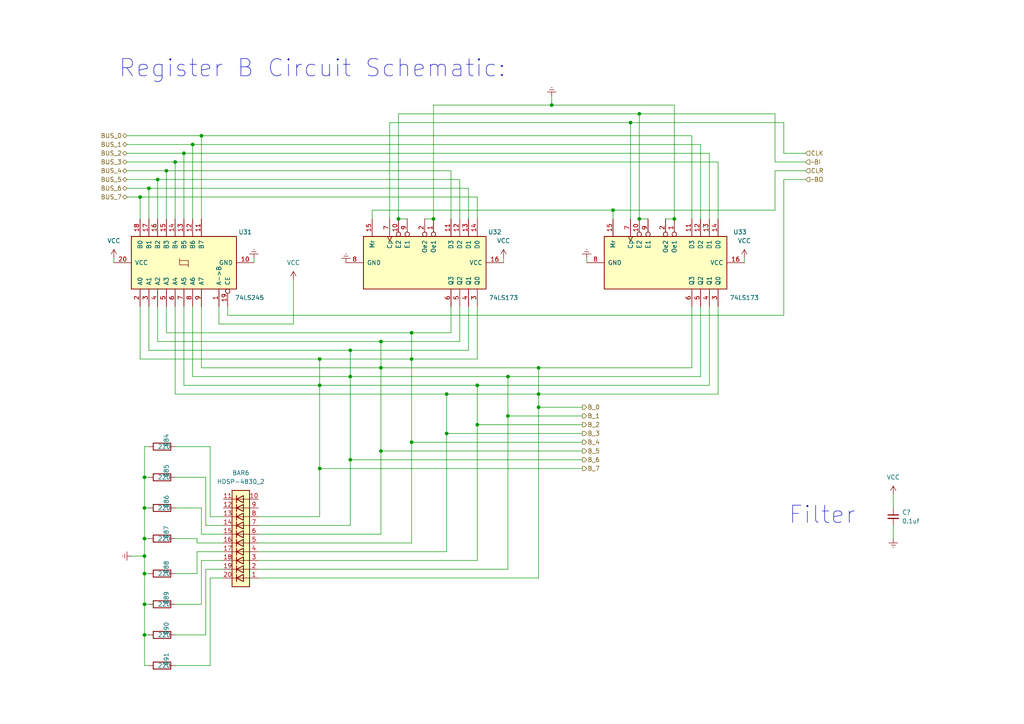
<source format=kicad_sch>
(kicad_sch (version 20211123) (generator eeschema)
  (paper "A4")
  (lib_symbols
    (symbol "74xx:74LS173" (pin_names (offset 1.016))
      (property "Reference" "U" (at -7.62 19.05 0))
      (property "Value" "74LS173" (at -7.62 -19.05 0))
      (symbol "74LS173_1_0"
        (pin input inverted (at -12.7 2.54 0) (length 5.08) (name "Oe1") (number "1"))
        (pin input inverted (at -12.7 -7.62 0) (length 5.08) (name "E2") (number "10"))
        (pin input line (at -12.7 7.62 0) (length 5.08) (name "D3") (number "11"))
        (pin input line (at -12.7 10.16 0) (length 5.08) (name "D2") (number "12"))
        (pin input line (at -12.7 12.7 0) (length 5.08) (name "D1") (number "13"))
        (pin input line (at -12.7 15.24 0) (length 5.08) (name "D0") (number "14"))
        (pin input line (at -12.7 -15.24 0) (length 5.08) (name "Mr") (number "15"))
        (pin power_in line (at 0 22.86 270) (length 5.08) (name "VCC") (number "16"))
        (pin input inverted (at -12.7 0 0) (length 5.08) (name "Oe2") (number "2"))
        (pin tri_state line (at 12.7 15.24 180) (length 5.08) (name "Q0") (number "3"))
        (pin tri_state line (at 12.7 12.7 180) (length 5.08) (name "Q1") (number "4"))
        (pin tri_state line (at 12.7 10.16 180) (length 5.08) (name "Q2") (number "5"))
        (pin tri_state line (at 12.7 7.62 180) (length 5.08) (name "Q3") (number "6"))
        (pin input clock (at -12.7 -10.16 0) (length 5.08) (name "Cp") (number "7"))
        (pin power_in line (at 0 -22.86 90) (length 5.08) (name "GND") (number "8"))
        (pin input inverted (at -12.7 -5.08 0) (length 5.08) (name "E1") (number "9"))
      )
      (symbol "74LS173_1_1"
        (rectangle (start -7.62 17.78) (end 7.62 -17.78) (stroke (width 0.254)) (fill (type background)))
      )
    )
    (symbol "74xx:74LS245" (pin_names (offset 1.016))
      (property "Reference" "U" (at -7.62 16.51 0))
      (property "Value" "74LS245" (at -7.62 -16.51 0))
      (symbol "74LS245_1_0"
        (polyline (pts (xy -0.635 -1.27) (xy -0.635 1.27) (xy 0.635 1.27)))
        (polyline (pts (xy -1.27 -1.27) (xy 0.635 -1.27) (xy 0.635 1.27) (xy 1.27 1.27)))
        (pin input line (at -12.7 -10.16 0) (length 5.08) (name "A->B") (number "1"))
        (pin power_in line (at 0 -20.32 90) (length 5.08) (name "GND") (number "10"))
        (pin tri_state line (at 12.7 -5.08 180) (length 5.08) (name "B7") (number "11"))
        (pin tri_state line (at 12.7 -2.54 180) (length 5.08) (name "B6") (number "12"))
        (pin tri_state line (at 12.7 0 180) (length 5.08) (name "B5") (number "13"))
        (pin tri_state line (at 12.7 2.54 180) (length 5.08) (name "B4") (number "14"))
        (pin tri_state line (at 12.7 5.08 180) (length 5.08) (name "B3") (number "15"))
        (pin tri_state line (at 12.7 7.62 180) (length 5.08) (name "B2") (number "16"))
        (pin tri_state line (at 12.7 10.16 180) (length 5.08) (name "B1") (number "17"))
        (pin tri_state line (at 12.7 12.7 180) (length 5.08) (name "B0") (number "18"))
        (pin input inverted (at -12.7 -12.7 0) (length 5.08) (name "CE") (number "19"))
        (pin tri_state line (at -12.7 12.7 0) (length 5.08) (name "A0") (number "2"))
        (pin power_in line (at 0 20.32 270) (length 5.08) (name "VCC") (number "20"))
        (pin tri_state line (at -12.7 10.16 0) (length 5.08) (name "A1") (number "3"))
        (pin tri_state line (at -12.7 7.62 0) (length 5.08) (name "A2") (number "4"))
        (pin tri_state line (at -12.7 5.08 0) (length 5.08) (name "A3") (number "5"))
        (pin tri_state line (at -12.7 2.54 0) (length 5.08) (name "A4") (number "6"))
        (pin tri_state line (at -12.7 0 0) (length 5.08) (name "A5") (number "7"))
        (pin tri_state line (at -12.7 -2.54 0) (length 5.08) (name "A6") (number "8"))
        (pin tri_state line (at -12.7 -5.08 0) (length 5.08) (name "A7") (number "9"))
      )
      (symbol "74LS245_1_1"
        (rectangle (start -7.62 15.24) (end 7.62 -15.24) (stroke (width 0.254)) (fill (type background)))
      )
    )
    (symbol "Device:C_Small" (pin_numbers hide) (pin_names (offset 0.254) hide)
      (property "Reference" "C" (at 0.254 1.778 0))
      (property "Value" "C_Small" (at 0.254 -2.032 0))
      (symbol "C_Small_0_1"
        (polyline (pts (xy -1.524 -0.508) (xy 1.524 -0.508)) (stroke (width 0.3302)))
        (polyline (pts (xy -1.524 0.508) (xy 1.524 0.508)) (stroke (width 0.3048)))
      )
      (symbol "C_Small_1_1"
        (pin passive line (at 0 2.54 270) (length 2.032) (name "~") (number "1"))
        (pin passive line (at 0 -2.54 90) (length 2.032) (name "~") (number "2"))
      )
    )
    (symbol "Device:R" (pin_numbers hide) (pin_names (offset 0))
      (property "Reference" "R" (at 2.032 0 90))
      (property "Value" "R" (at 0 0 90))
      (symbol "R_0_1"
        (rectangle (start -1.016 -2.54) (end 1.016 2.54) (stroke (width 0.254)))
      )
      (symbol "R_1_1"
        (pin passive line (at 0 3.81 270) (length 1.27) (name "~") (number "1"))
        (pin passive line (at 0 -3.81 90) (length 1.27) (name "~") (number "2"))
      )
    )
    (symbol "Earth_1" (power) (pin_names (offset 0))
      (symbol "Earth_1_0_1"
        (polyline (pts (xy -0.635 -1.905) (xy 0.635 -1.905)))
        (polyline (pts (xy -0.127 -2.54) (xy 0.127 -2.54)))
        (polyline (pts (xy 0 -1.27) (xy 0 0)))
        (polyline (pts (xy 1.27 -1.27) (xy -1.27 -1.27)))
      )
      (symbol "Earth_1_1_1"
        (pin power_in line (at 0 0 270) (length 0) hide (name "Earth") (number "1"))
      )
    )
    (symbol "LED:HDSP-4830_2" (pin_names (offset 1.016) hide)
      (property "Reference" "BAR" (at 0 15.24 0))
      (property "Value" "HDSP-4830_2" (at 0 -17.78 0))
      (symbol "HDSP-4830_2_0_1"
        (rectangle (start -2.54 12.7) (end 2.54 -15.24) (stroke (width 0.254)) (fill (type background)))
        (polyline (pts (xy -2.54 -12.7) (xy 2.54 -12.7)))
        (polyline (pts (xy -2.54 -10.16) (xy 2.54 -10.16)))
        (polyline (pts (xy -2.54 -7.62) (xy 2.54 -7.62)))
        (polyline (pts (xy -2.54 -5.08) (xy 2.54 -5.08)))
        (polyline (pts (xy -2.54 0) (xy 2.54 0)))
        (polyline (pts (xy -2.54 5.08) (xy 2.54 5.08)))
        (polyline (pts (xy -2.54 7.62) (xy 2.54 7.62)))
        (polyline (pts (xy -2.54 10.16) (xy 2.54 10.16)))
        (polyline (pts (xy 1.27 -11.684) (xy 1.27 -13.716)) (stroke (width 0.254)))
        (polyline (pts (xy 1.27 -9.144) (xy 1.27 -11.176)) (stroke (width 0.254)))
        (polyline (pts (xy 1.27 -6.604) (xy 1.27 -8.636)) (stroke (width 0.254)))
        (polyline (pts (xy 1.27 -4.064) (xy 1.27 -6.096)) (stroke (width 0.254)))
        (polyline (pts (xy 1.27 -1.524) (xy 1.27 -3.556)) (stroke (width 0.254)))
        (polyline (pts (xy 1.27 1.016) (xy 1.27 -1.016)) (stroke (width 0.254)))
        (polyline (pts (xy 1.27 3.556) (xy 1.27 1.524)) (stroke (width 0.254)))
        (polyline (pts (xy 1.27 6.096) (xy 1.27 4.064)) (stroke (width 0.254)))
        (polyline (pts (xy 1.27 8.636) (xy 1.27 6.604)) (stroke (width 0.254)))
        (polyline (pts (xy 1.27 11.176) (xy 1.27 9.144)) (stroke (width 0.254)))
        (polyline (pts (xy 2.54 -2.54) (xy -2.54 -2.54)))
        (polyline (pts (xy 2.54 2.54) (xy -2.54 2.54)))
        (polyline (pts (xy -0.762 -11.684) (xy -0.762 -13.716) (xy 1.27 -12.7) (xy -0.762 -11.684)) (stroke (width 0.254)))
        (polyline (pts (xy -0.762 -9.144) (xy -0.762 -11.176) (xy 1.27 -10.16) (xy -0.762 -9.144)) (stroke (width 0.254)))
        (polyline (pts (xy -0.762 -6.604) (xy -0.762 -8.636) (xy 1.27 -7.62) (xy -0.762 -6.604)) (stroke (width 0.254)))
        (polyline (pts (xy -0.762 -4.064) (xy -0.762 -6.096) (xy 1.27 -5.08) (xy -0.762 -4.064)) (stroke (width 0.254)))
        (polyline (pts (xy -0.762 -1.524) (xy -0.762 -3.556) (xy 1.27 -2.54) (xy -0.762 -1.524)) (stroke (width 0.254)))
        (polyline (pts (xy -0.762 1.016) (xy -0.762 -1.016) (xy 1.27 0) (xy -0.762 1.016)) (stroke (width 0.254)))
        (polyline (pts (xy -0.762 3.556) (xy -0.762 1.524) (xy 1.27 2.54) (xy -0.762 3.556)) (stroke (width 0.254)))
        (polyline (pts (xy -0.762 6.096) (xy -0.762 4.064) (xy 1.27 5.08) (xy -0.762 6.096)) (stroke (width 0.254)))
        (polyline (pts (xy -0.762 8.636) (xy -0.762 6.604) (xy 1.27 7.62) (xy -0.762 8.636)) (stroke (width 0.254)))
        (polyline (pts (xy -0.762 11.176) (xy -0.762 9.144) (xy 1.27 10.16) (xy -0.762 11.176)) (stroke (width 0.254)))
      )
      (symbol "HDSP-4830_2_1_1"
        (pin passive line (at -5.08 10.16 0) (length 2.54) (name "A") (number "1"))
        (pin passive line (at -5.08 -12.7 0) (length 2.54) (name "A") (number "10"))
        (pin passive line (at 5.08 -12.7 180) (length 2.54) (name "K") (number "11"))
        (pin passive line (at 5.08 -10.16 180) (length 2.54) (name "K") (number "12"))
        (pin passive line (at 5.08 -7.62 180) (length 2.54) (name "K") (number "13"))
        (pin passive line (at 5.08 -5.08 180) (length 2.54) (name "K") (number "14"))
        (pin passive line (at 5.08 -2.54 180) (length 2.54) (name "K") (number "15"))
        (pin passive line (at 5.08 0 180) (length 2.54) (name "K") (number "16"))
        (pin passive line (at 5.08 2.54 180) (length 2.54) (name "K") (number "17"))
        (pin passive line (at 5.08 5.08 180) (length 2.54) (name "K") (number "18"))
        (pin passive line (at 5.08 7.62 180) (length 2.54) (name "K") (number "19"))
        (pin passive line (at -5.08 7.62 0) (length 2.54) (name "A") (number "2"))
        (pin passive line (at 5.08 10.16 180) (length 2.54) (name "K") (number "20"))
        (pin passive line (at -5.08 5.08 0) (length 2.54) (name "A") (number "3"))
        (pin passive line (at -5.08 2.54 0) (length 2.54) (name "A") (number "4"))
        (pin passive line (at -5.08 0 0) (length 2.54) (name "A") (number "5"))
        (pin passive line (at -5.08 -2.54 0) (length 2.54) (name "A") (number "6"))
        (pin passive line (at -5.08 -5.08 0) (length 2.54) (name "A") (number "7"))
        (pin passive line (at -5.08 -7.62 0) (length 2.54) (name "A") (number "8"))
        (pin passive line (at -5.08 -10.16 0) (length 2.54) (name "A") (number "9"))
      )
    )
    (symbol "power:Earth" (power) (pin_names (offset 0))
      (symbol "Earth_0_1"
        (polyline (pts (xy -0.635 -1.905) (xy 0.635 -1.905)))
        (polyline (pts (xy -0.127 -2.54) (xy 0.127 -2.54)))
        (polyline (pts (xy 0 -1.27) (xy 0 0)))
        (polyline (pts (xy 1.27 -1.27) (xy -1.27 -1.27)))
      )
      (symbol "Earth_1_1"
        (pin power_in line (at 0 0 270) (length 0) hide (name "Earth") (number "1"))
      )
    )
    (symbol "power:VCC" (power) (pin_names (offset 0))
      (property "Value" "VCC" (at 0 3.81 0))
      (symbol "VCC_0_1"
        (polyline (pts (xy -0.762 1.27) (xy 0 2.54)))
        (polyline (pts (xy 0 0) (xy 0 2.54)))
        (polyline (pts (xy 0 2.54) (xy 0.762 1.27)))
      )
      (symbol "VCC_1_1"
        (pin power_in line (at 0 0 90) (length 0) hide (name "VCC") (number "1"))
      )
    )
  )
  (junction (at 138.43 111.76))
  (junction (at 156.21 118.11))
  (junction (at 110.49 130.81))
  (junction (at 41.91 156.21))
  (junction (at 41.91 184.15))
  (junction (at 92.71 104.14))
  (junction (at 92.71 111.76))
  (junction (at 119.38 128.27))
  (junction (at 41.91 175.26))
  (junction (at 101.6 133.35))
  (junction (at 156.21 114.3))
  (junction (at 156.21 106.68))
  (junction (at 41.91 166.37))
  (junction (at 48.26 49.53))
  (junction (at 101.6 109.22))
  (junction (at 55.88 41.91))
  (junction (at 40.64 57.15))
  (junction (at 92.71 135.89))
  (junction (at 182.88 35.56))
  (junction (at 41.91 161.29))
  (junction (at 115.57 63.5))
  (junction (at 129.54 114.3))
  (junction (at 195.58 63.5))
  (junction (at 41.91 138.43))
  (junction (at 185.42 63.5))
  (junction (at 119.38 104.14))
  (junction (at 58.42 39.37))
  (junction (at 110.49 106.68))
  (junction (at 101.6 101.6))
  (junction (at 177.8 60.96))
  (junction (at 160.02 30.48))
  (junction (at 53.34 44.45))
  (junction (at 185.42 33.02))
  (junction (at 119.38 96.52))
  (junction (at 147.32 120.65))
  (junction (at 110.49 99.06))
  (junction (at 147.32 109.22))
  (junction (at 129.54 125.73))
  (junction (at 43.18 54.61))
  (junction (at 50.8 46.99))
  (junction (at 45.72 52.07))
  (junction (at 138.43 123.19))
  (junction (at 125.73 63.5))
  (junction (at 41.91 147.32))
  (wire (pts (xy 41.91 184.15) (xy 41.91 175.26)))
  (wire (pts (xy 58.42 106.68) (xy 58.42 88.9)))
  (wire (pts (xy 58.42 39.37) (xy 200.66 39.37)))
  (wire (pts (xy 92.71 111.76) (xy 92.71 135.89)))
  (wire (pts (xy 41.91 193.04) (xy 41.91 184.15)))
  (wire (pts (xy 63.5 88.9) (xy 63.5 93.98)))
  (wire (pts (xy 36.83 39.37) (xy 58.42 39.37)))
  (wire (pts (xy 60.96 167.64) (xy 64.77 167.64)))
  (wire (pts (xy 110.49 99.06) (xy 45.72 99.06)))
  (wire (pts (xy 50.8 114.3) (xy 129.54 114.3)))
  (wire (pts (xy 45.72 63.5) (xy 45.72 52.07)))
  (wire (pts (xy 41.91 166.37) (xy 43.18 166.37)))
  (wire (pts (xy 53.34 44.45) (xy 205.74 44.45)))
  (wire (pts (xy 58.42 154.94) (xy 58.42 147.32)))
  (wire (pts (xy 119.38 128.27) (xy 168.91 128.27)))
  (wire (pts (xy 224.79 60.96) (xy 224.79 49.53)))
  (wire (pts (xy 123.19 63.5) (xy 125.73 63.5)))
  (wire (pts (xy 41.91 156.21) (xy 43.18 156.21)))
  (wire (pts (xy 110.49 130.81) (xy 168.91 130.81)))
  (wire (pts (xy 119.38 157.48) (xy 74.93 157.48)))
  (wire (pts (xy 160.02 27.94) (xy 160.02 30.48)))
  (wire (pts (xy 130.81 49.53) (xy 130.81 63.5)))
  (wire (pts (xy 138.43 104.14) (xy 119.38 104.14)))
  (wire (pts (xy 92.71 104.14) (xy 40.64 104.14)))
  (wire (pts (xy 259.08 152.4) (xy 259.08 156.21)))
  (wire (pts (xy 33.02 74.93) (xy 33.02 76.2)))
  (wire (pts (xy 53.34 44.45) (xy 53.34 63.5)))
  (wire (pts (xy 224.79 33.02) (xy 224.79 46.99)))
  (wire (pts (xy 41.91 184.15) (xy 43.18 184.15)))
  (wire (pts (xy 66.04 91.44) (xy 227.33 91.44)))
  (wire (pts (xy 50.8 88.9) (xy 50.8 114.3)))
  (wire (pts (xy 58.42 63.5) (xy 58.42 39.37)))
  (wire (pts (xy 138.43 111.76) (xy 138.43 123.19)))
  (wire (pts (xy 85.09 93.98) (xy 85.09 81.28)))
  (wire (pts (xy 129.54 114.3) (xy 129.54 125.73)))
  (wire (pts (xy 135.89 54.61) (xy 135.89 63.5)))
  (wire (pts (xy 215.9 74.93) (xy 215.9 76.2)))
  (wire (pts (xy 156.21 167.64) (xy 74.93 167.64)))
  (wire (pts (xy 48.26 49.53) (xy 130.81 49.53)))
  (wire (pts (xy 101.6 101.6) (xy 43.18 101.6)))
  (wire (pts (xy 40.64 88.9) (xy 40.64 104.14)))
  (wire (pts (xy 110.49 154.94) (xy 74.93 154.94)))
  (wire (pts (xy 48.26 96.52) (xy 48.26 88.9)))
  (wire (pts (xy 50.8 193.04) (xy 60.96 193.04)))
  (wire (pts (xy 138.43 123.19) (xy 168.91 123.19)))
  (wire (pts (xy 129.54 160.02) (xy 74.93 160.02)))
  (wire (pts (xy 133.35 88.9) (xy 133.35 99.06)))
  (wire (pts (xy 55.88 88.9) (xy 55.88 109.22)))
  (wire (pts (xy 110.49 106.68) (xy 110.49 99.06)))
  (wire (pts (xy 92.71 135.89) (xy 92.71 149.86)))
  (wire (pts (xy 41.91 156.21) (xy 41.91 147.32)))
  (wire (pts (xy 101.6 133.35) (xy 101.6 152.4)))
  (wire (pts (xy 208.28 46.99) (xy 208.28 63.5)))
  (wire (pts (xy 64.77 149.86) (xy 60.96 149.86)))
  (wire (pts (xy 36.83 41.91) (xy 55.88 41.91)))
  (wire (pts (xy 57.15 157.48) (xy 57.15 156.21)))
  (wire (pts (xy 146.05 74.93) (xy 146.05 76.2)))
  (wire (pts (xy 57.15 160.02) (xy 57.15 166.37)))
  (wire (pts (xy 224.79 46.99) (xy 233.68 46.99)))
  (wire (pts (xy 200.66 63.5) (xy 200.66 39.37)))
  (wire (pts (xy 48.26 96.52) (xy 119.38 96.52)))
  (wire (pts (xy 156.21 118.11) (xy 168.91 118.11)))
  (wire (pts (xy 119.38 104.14) (xy 92.71 104.14)))
  (wire (pts (xy 160.02 30.48) (xy 195.58 30.48)))
  (wire (pts (xy 40.64 57.15) (xy 40.64 63.5)))
  (wire (pts (xy 156.21 114.3) (xy 208.28 114.3)))
  (wire (pts (xy 101.6 109.22) (xy 55.88 109.22)))
  (wire (pts (xy 64.77 152.4) (xy 59.69 152.4)))
  (wire (pts (xy 138.43 88.9) (xy 138.43 104.14)))
  (wire (pts (xy 119.38 128.27) (xy 119.38 104.14)))
  (wire (pts (xy 50.8 46.99) (xy 50.8 63.5)))
  (wire (pts (xy 205.74 44.45) (xy 205.74 63.5)))
  (wire (pts (xy 227.33 52.07) (xy 233.68 52.07)))
  (wire (pts (xy 208.28 114.3) (xy 208.28 88.9)))
  (wire (pts (xy 41.91 138.43) (xy 41.91 129.54)))
  (wire (pts (xy 138.43 123.19) (xy 138.43 162.56)))
  (wire (pts (xy 119.38 96.52) (xy 130.81 96.52)))
  (wire (pts (xy 41.91 147.32) (xy 41.91 138.43)))
  (wire (pts (xy 135.89 88.9) (xy 135.89 101.6)))
  (wire (pts (xy 59.69 152.4) (xy 59.69 138.43)))
  (wire (pts (xy 125.73 30.48) (xy 160.02 30.48)))
  (wire (pts (xy 193.04 63.5) (xy 195.58 63.5)))
  (wire (pts (xy 185.42 63.5) (xy 185.42 33.02)))
  (wire (pts (xy 64.77 154.94) (xy 58.42 154.94)))
  (wire (pts (xy 110.49 106.68) (xy 58.42 106.68)))
  (wire (pts (xy 177.8 60.96) (xy 177.8 63.5)))
  (wire (pts (xy 92.71 111.76) (xy 53.34 111.76)))
  (wire (pts (xy 135.89 101.6) (xy 101.6 101.6)))
  (wire (pts (xy 64.77 157.48) (xy 57.15 157.48)))
  (wire (pts (xy 185.42 33.02) (xy 224.79 33.02)))
  (wire (pts (xy 203.2 41.91) (xy 203.2 63.5)))
  (wire (pts (xy 119.38 104.14) (xy 119.38 96.52)))
  (wire (pts (xy 36.83 57.15) (xy 40.64 57.15)))
  (wire (pts (xy 118.11 63.5) (xy 115.57 63.5)))
  (wire (pts (xy 58.42 162.56) (xy 64.77 162.56)))
  (wire (pts (xy 110.49 130.81) (xy 110.49 154.94)))
  (wire (pts (xy 41.91 147.32) (xy 43.18 147.32)))
  (wire (pts (xy 50.8 46.99) (xy 208.28 46.99)))
  (wire (pts (xy 203.2 88.9) (xy 203.2 109.22)))
  (wire (pts (xy 59.69 138.43) (xy 50.8 138.43)))
  (wire (pts (xy 36.83 54.61) (xy 43.18 54.61)))
  (wire (pts (xy 57.15 156.21) (xy 50.8 156.21)))
  (wire (pts (xy 60.96 193.04) (xy 60.96 167.64)))
  (wire (pts (xy 147.32 109.22) (xy 101.6 109.22)))
  (wire (pts (xy 130.81 88.9) (xy 130.81 96.52)))
  (wire (pts (xy 182.88 35.56) (xy 182.88 63.5)))
  (wire (pts (xy 41.91 175.26) (xy 43.18 175.26)))
  (wire (pts (xy 41.91 161.29) (xy 41.91 156.21)))
  (wire (pts (xy 138.43 111.76) (xy 92.71 111.76)))
  (wire (pts (xy 133.35 99.06) (xy 110.49 99.06)))
  (wire (pts (xy 66.04 88.9) (xy 66.04 91.44)))
  (wire (pts (xy 41.91 166.37) (xy 41.91 161.29)))
  (wire (pts (xy 133.35 52.07) (xy 133.35 63.5)))
  (wire (pts (xy 129.54 114.3) (xy 156.21 114.3)))
  (wire (pts (xy 156.21 114.3) (xy 156.21 106.68)))
  (wire (pts (xy 48.26 49.53) (xy 48.26 63.5)))
  (wire (pts (xy 170.18 74.93) (xy 170.18 76.2)))
  (wire (pts (xy 203.2 109.22) (xy 147.32 109.22)))
  (wire (pts (xy 50.8 184.15) (xy 59.69 184.15)))
  (wire (pts (xy 45.72 99.06) (xy 45.72 88.9)))
  (wire (pts (xy 185.42 63.5) (xy 187.96 63.5)))
  (wire (pts (xy 43.18 54.61) (xy 135.89 54.61)))
  (wire (pts (xy 138.43 162.56) (xy 74.93 162.56)))
  (wire (pts (xy 119.38 128.27) (xy 119.38 157.48)))
  (wire (pts (xy 115.57 33.02) (xy 185.42 33.02)))
  (wire (pts (xy 205.74 88.9) (xy 205.74 111.76)))
  (wire (pts (xy 147.32 120.65) (xy 147.32 165.1)))
  (wire (pts (xy 40.64 57.15) (xy 138.43 57.15)))
  (wire (pts (xy 36.83 52.07) (xy 45.72 52.07)))
  (wire (pts (xy 182.88 35.56) (xy 227.33 35.56)))
  (wire (pts (xy 107.95 60.96) (xy 177.8 60.96)))
  (wire (pts (xy 227.33 35.56) (xy 227.33 44.45)))
  (wire (pts (xy 138.43 57.15) (xy 138.43 63.5)))
  (wire (pts (xy 57.15 166.37) (xy 50.8 166.37)))
  (wire (pts (xy 36.83 44.45) (xy 53.34 44.45)))
  (wire (pts (xy 58.42 175.26) (xy 58.42 162.56)))
  (wire (pts (xy 41.91 161.29) (xy 38.1 161.29)))
  (wire (pts (xy 224.79 49.53) (xy 233.68 49.53)))
  (wire (pts (xy 227.33 52.07) (xy 227.33 91.44)))
  (wire (pts (xy 92.71 111.76) (xy 92.71 104.14)))
  (wire (pts (xy 147.32 165.1) (xy 74.93 165.1)))
  (wire (pts (xy 200.66 106.68) (xy 156.21 106.68)))
  (wire (pts (xy 227.33 44.45) (xy 233.68 44.45)))
  (wire (pts (xy 129.54 125.73) (xy 168.91 125.73)))
  (wire (pts (xy 147.32 109.22) (xy 147.32 120.65)))
  (wire (pts (xy 101.6 109.22) (xy 101.6 101.6)))
  (wire (pts (xy 60.96 149.86) (xy 60.96 129.54)))
  (wire (pts (xy 73.66 74.93) (xy 73.66 76.2)))
  (wire (pts (xy 41.91 175.26) (xy 41.91 166.37)))
  (wire (pts (xy 113.03 63.5) (xy 113.03 35.56)))
  (wire (pts (xy 55.88 41.91) (xy 203.2 41.91)))
  (wire (pts (xy 101.6 133.35) (xy 168.91 133.35)))
  (wire (pts (xy 205.74 111.76) (xy 138.43 111.76)))
  (wire (pts (xy 259.08 143.51) (xy 259.08 147.32)))
  (wire (pts (xy 60.96 129.54) (xy 50.8 129.54)))
  (wire (pts (xy 59.69 184.15) (xy 59.69 165.1)))
  (wire (pts (xy 115.57 33.02) (xy 115.57 63.5)))
  (wire (pts (xy 147.32 120.65) (xy 168.91 120.65)))
  (wire (pts (xy 156.21 106.68) (xy 110.49 106.68)))
  (wire (pts (xy 156.21 118.11) (xy 156.21 167.64)))
  (wire (pts (xy 50.8 175.26) (xy 58.42 175.26)))
  (wire (pts (xy 200.66 88.9) (xy 200.66 106.68)))
  (wire (pts (xy 43.18 193.04) (xy 41.91 193.04)))
  (wire (pts (xy 59.69 165.1) (xy 64.77 165.1)))
  (wire (pts (xy 43.18 54.61) (xy 43.18 63.5)))
  (wire (pts (xy 58.42 147.32) (xy 50.8 147.32)))
  (wire (pts (xy 125.73 63.5) (xy 125.73 30.48)))
  (wire (pts (xy 107.95 63.5) (xy 107.95 60.96)))
  (wire (pts (xy 36.83 46.99) (xy 50.8 46.99)))
  (wire (pts (xy 177.8 60.96) (xy 224.79 60.96)))
  (wire (pts (xy 113.03 35.56) (xy 182.88 35.56)))
  (wire (pts (xy 92.71 149.86) (xy 74.93 149.86)))
  (wire (pts (xy 43.18 101.6) (xy 43.18 88.9)))
  (wire (pts (xy 156.21 114.3) (xy 156.21 118.11)))
  (wire (pts (xy 129.54 125.73) (xy 129.54 160.02)))
  (wire (pts (xy 55.88 41.91) (xy 55.88 63.5)))
  (wire (pts (xy 110.49 106.68) (xy 110.49 130.81)))
  (wire (pts (xy 41.91 129.54) (xy 43.18 129.54)))
  (wire (pts (xy 195.58 30.48) (xy 195.58 63.5)))
  (wire (pts (xy 64.77 160.02) (xy 57.15 160.02)))
  (wire (pts (xy 53.34 88.9) (xy 53.34 111.76)))
  (wire (pts (xy 101.6 152.4) (xy 74.93 152.4)))
  (wire (pts (xy 36.83 49.53) (xy 48.26 49.53)))
  (wire (pts (xy 92.71 135.89) (xy 168.91 135.89)))
  (wire (pts (xy 41.91 138.43) (xy 43.18 138.43)))
  (wire (pts (xy 45.72 52.07) (xy 133.35 52.07)))
  (wire (pts (xy 101.6 109.22) (xy 101.6 133.35)))
  (wire (pts (xy 63.5 93.98) (xy 85.09 93.98)))
  (text "Register B Circuit Schematic:" (at 34.29 22.86 0) (effects (font (size 5 5)) (justify left bottom)))
  (text "Filter" (at 228.6 152.4 0) (effects (font (size 5 5)) (justify left bottom)))
  (hierarchical_label "BUS_7" (shape bidirectional) (at 36.83 57.15 180))
  (hierarchical_label "B_4" (shape output) (at 168.91 128.27 0))
  (hierarchical_label "B_1" (shape output) (at 168.91 120.65 0))
  (hierarchical_label "~BO" (shape input) (at 233.68 52.07 0))
  (hierarchical_label "B_3" (shape output) (at 168.91 125.73 0))
  (hierarchical_label "BUS_4" (shape bidirectional) (at 36.83 49.53 180))
  (hierarchical_label "B_6" (shape output) (at 168.91 133.35 0))
  (hierarchical_label "BUS_2" (shape bidirectional) (at 36.83 44.45 180))
  (hierarchical_label "B_0" (shape output) (at 168.91 118.11 0))
  (hierarchical_label "BUS_6" (shape bidirectional) (at 36.83 54.61 180))
  (hierarchical_label "BUS_0" (shape bidirectional) (at 36.83 39.37 180))
  (hierarchical_label "BUS_1" (shape bidirectional) (at 36.83 41.91 180))
  (hierarchical_label "BUS_3" (shape bidirectional) (at 36.83 46.99 180))
  (hierarchical_label "B_5" (shape output) (at 168.91 130.81 0))
  (hierarchical_label "BUS_5" (shape bidirectional) (at 36.83 52.07 180))
  (hierarchical_label "B_7" (shape output) (at 168.91 135.89 0))
  (hierarchical_label "CLR" (shape input) (at 233.68 49.53 0))
  (hierarchical_label "~BI" (shape input) (at 233.68 46.99 0))
  (hierarchical_label "B_2" (shape output) (at 168.91 123.19 0))
  (hierarchical_label "CLK" (shape input) (at 233.68 44.45 0))
  (symbol (lib_id "power:VCC") (at 259.08 143.51 0) (unit 1)
    (property "Reference" "#PWR?" (effects hide))
    (property "Value" "VCC" (at 259.08 138.43 0))
  )
  (symbol (lib_id "power:VCC") (at 146.05 74.93 0) (unit 1)
    (property "Reference" "#PWR0102" (effects hide))
    (property "Value" "VCC" (at 146.05 69.85 0))
  )
  (symbol (lib_id "power:VCC") (at 215.9 74.93 0) (unit 1)
    (property "Reference" "#PWR0105" (effects hide))
    (property "Value" "VCC" (at 215.9 69.85 0))
  )
  (symbol (lib_id "74xx:74LS173") (at 193.04 76.2 270) (unit 1)
    (property "Reference" "U33" (at 214.63 67.31 90))
    (property "Value" "74LS173" (at 215.9 86.36 90))
    (property "Footprint" "Package_DIP:DIP-16_W7.62mm" (effects hide))
    (property "Datasheet" "http://www.ti.com/lit/gpn/sn74LS173" (effects hide))
  )
  (symbol (lib_id "power:Earth") (at 170.18 74.93 180) (unit 1)
    (property "Reference" "#PWR0104" (effects hide))
    (property "Value" "Earth" (effects hide))
  )
  (symbol (lib_id "Device:R") (at 46.99 184.15 90) (unit 1)
    (property "Reference" "R90" (at 48.26 180.34 0) (effects (justify right)))
    (property "Value" "220" (at 45.72 184.15 90) (effects (justify right)))
    (property "Footprint" "Resistor_THT:R_Axial_DIN0204_L3.6mm_D1.6mm_P5.08mm_Horizontal" (effects hide))
  )
  (symbol (lib_id "Device:R") (at 46.99 166.37 90) (unit 1)
    (property "Reference" "R88" (at 48.26 162.56 0) (effects (justify right)))
    (property "Value" "220" (at 45.72 166.37 90) (effects (justify right)))
    (property "Footprint" "Resistor_THT:R_Axial_DIN0204_L3.6mm_D1.6mm_P5.08mm_Horizontal" (effects hide))
  )
  (symbol (lib_id "power:Earth") (at 160.02 27.94 180) (unit 1)
    (property "Reference" "#PWR0103" (effects hide))
    (property "Value" "Earth" (effects hide))
  )
  (symbol (lib_id "Device:R") (at 46.99 156.21 90) (unit 1)
    (property "Reference" "R87" (at 48.26 152.4 0) (effects (justify right)))
    (property "Value" "220" (at 45.72 156.21 90) (effects (justify right)))
    (property "Footprint" "Resistor_THT:R_Axial_DIN0204_L3.6mm_D1.6mm_P5.08mm_Horizontal" (effects hide))
  )
  (symbol (lib_id "power:Earth") (at 73.66 74.93 180) (unit 1)
    (property "Reference" "#PWR099" (effects hide))
    (property "Value" "Earth" (effects hide))
  )
  (symbol (lib_id "Device:C_Small") (at 259.08 149.86 0) (unit 1)
    (property "Reference" "C?" (at 261.62 148.5962 0) (effects (justify left)))
    (property "Value" "0.1uf" (at 261.62 151.1362 0) (effects (justify left)))
    (property "Footprint" "Capacitor_THT:C_Disc_D5.0mm_W2.5mm_P2.50mm" (effects hide))
  )
  (symbol (lib_id "74xx:74LS173") (at 123.19 76.2 270) (unit 1)
    (property "Reference" "U32" (at 143.51 67.31 90))
    (property "Value" "74LS173" (at 146.05 86.36 90))
    (property "Footprint" "Package_DIP:DIP-16_W7.62mm" (effects hide))
    (property "Datasheet" "http://www.ti.com/lit/gpn/sn74LS173" (effects hide))
  )
  (symbol (lib_id "Device:R") (at 46.99 147.32 90) (unit 1)
    (property "Reference" "R86" (at 48.26 143.51 0) (effects (justify right)))
    (property "Value" "220" (at 45.72 147.32 90) (effects (justify right)))
    (property "Footprint" "Resistor_THT:R_Axial_DIN0204_L3.6mm_D1.6mm_P5.08mm_Horizontal" (effects hide))
  )
  (symbol (lib_id "power:VCC") (at 33.02 74.93 0) (unit 1)
    (property "Reference" "#PWR097" (effects hide))
    (property "Value" "VCC" (at 33.02 69.85 0))
  )
  (symbol (lib_id "Device:R") (at 46.99 138.43 90) (unit 1)
    (property "Reference" "R85" (at 48.26 134.62 0) (effects (justify right)))
    (property "Value" "220" (at 45.72 138.43 90) (effects (justify right)))
    (property "Footprint" "Resistor_THT:R_Axial_DIN0204_L3.6mm_D1.6mm_P5.08mm_Horizontal" (effects hide))
  )
  (symbol (lib_id "LED:HDSP-4830_2") (at 69.85 157.48 180) (unit 1)
    (property "Reference" "BAR6" (at 69.85 137.16 0))
    (property "Value" "HDSP-4830_2" (at 69.85 139.7 0))
    (property "Footprint" "8_Bit Computer:8_LED_BAR" (effects hide))
    (property "Datasheet" "https://docs.broadcom.com/docs/AV02-1798EN" (effects hide))
  )
  (symbol (lib_id "Device:R") (at 46.99 175.26 90) (unit 1)
    (property "Reference" "R89" (at 48.26 171.45 0) (effects (justify right)))
    (property "Value" "220" (at 45.72 175.26 90) (effects (justify right)))
    (property "Footprint" "Resistor_THT:R_Axial_DIN0204_L3.6mm_D1.6mm_P5.08mm_Horizontal" (effects hide))
  )
  (symbol (lib_id "Device:R") (at 46.99 193.04 90) (unit 1)
    (property "Reference" "R91" (at 48.26 189.23 0) (effects (justify right)))
    (property "Value" "220" (at 45.72 193.04 90) (effects (justify right)))
    (property "Footprint" "Resistor_THT:R_Axial_DIN0204_L3.6mm_D1.6mm_P5.08mm_Horizontal" (effects hide))
  )
  (symbol (lib_name "Earth_1") (lib_id "power:Earth") (at 259.08 156.21 0) (unit 1)
    (property "Reference" "#PWR?" (effects hide))
    (property "Value" "Earth" (effects hide))
  )
  (symbol (lib_id "Device:R") (at 46.99 129.54 90) (unit 1)
    (property "Reference" "R84" (at 48.26 125.73 0) (effects (justify right)))
    (property "Value" "220" (at 45.72 129.54 90) (effects (justify right)))
    (property "Footprint" "Resistor_THT:R_Axial_DIN0204_L3.6mm_D1.6mm_P5.08mm_Horizontal" (effects hide))
  )
  (symbol (lib_id "power:VCC") (at 85.09 81.28 0) (unit 1)
    (property "Reference" "#PWR0100" (effects hide))
    (property "Value" "VCC" (at 85.09 76.2 0))
  )
  (symbol (lib_id "74xx:74LS245") (at 53.34 76.2 90) (unit 1)
    (property "Reference" "U31" (at 71.12 67.31 90))
    (property "Value" "74LS245" (at 72.39 86.36 90))
    (property "Footprint" "Package_DIP:DIP-20_W7.62mm" (effects hide))
    (property "Datasheet" "http://www.ti.com/lit/gpn/sn74LS245" (effects hide))
  )
  (symbol (lib_id "power:Earth") (at 38.1 161.29 270) (unit 1)
    (property "Reference" "#PWR098" (effects hide))
    (property "Value" "Earth" (effects hide))
  )
  (symbol (lib_id "power:Earth") (at 100.33 76.2 180) (unit 1)
    (property "Reference" "#PWR0101" (effects hide))
    (property "Value" "Earth" (effects hide))
  )
)
</source>
